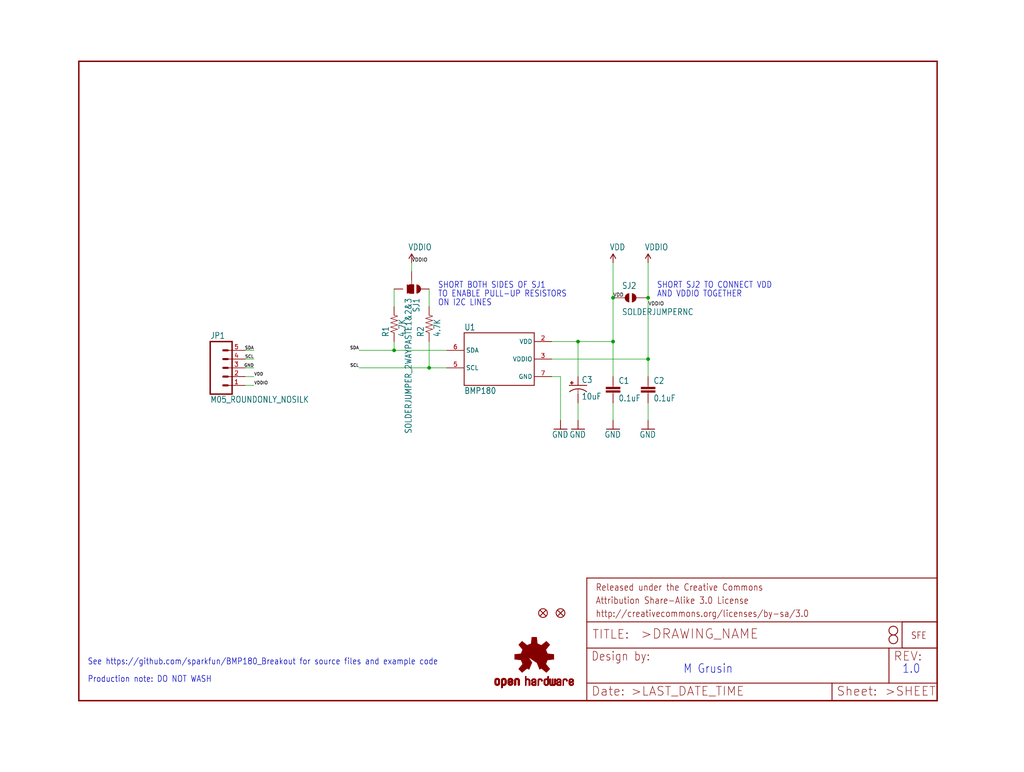
<source format=kicad_sch>
(kicad_sch (version 20211123) (generator eeschema)
  (paper "User" 297.002 223.926)
  (lib_symbols
    (symbol "eagleSchem-eagle-import:10UF-16V-10%(TANT)"
      (property "Reference" "C" (at 1.016 0.635 0))
      (property "Value" "10UF-16V-10%(TANT)" (at 1.016 -4.191 0))
      (symbol "10UF-16V-10%(TANT)_1_0"
        (pin passive line (at 0 2.54 270) (length 2.54) (name "+") (number "A"))
        (pin passive line (at 0 -5.08 90) (length 2.54) (name "-") (number "C"))
      )
    )
    (symbol "eagleSchem-eagle-import:BMP180"
      (property "Reference" "U" (at -10.16 8.255 0))
      (property "Value" "BMP180" (at -10.16 -10.16 0))
      (symbol "BMP180_1_0"
        (pin power_in line (at 15.24 5.08 180) (length 5.08) (name "VDD") (number "2"))
        (pin power_in line (at 15.24 0 180) (length 5.08) (name "VDDIO") (number "3"))
        (pin input line (at -15.24 -2.54 0) (length 5.08) (name "SCL") (number "5"))
        (pin bidirectional line (at -15.24 2.54 0) (length 5.08) (name "SDA") (number "6"))
        (pin power_in line (at 15.24 -5.08 180) (length 5.08) (name "GND") (number "7"))
      )
    )
    (symbol "eagleSchem-eagle-import:CAP0603-CAP"
      (property "Reference" "C" (at 1.524 2.921 0))
      (property "Value" "CAP0603-CAP" (at 1.524 -2.159 0))
      (symbol "CAP0603-CAP_1_0"
        (pin passive line (at 0 5.08 270) (length 2.54) (name "1") (number "1"))
        (pin passive line (at 0 -2.54 90) (length 2.54) (name "2") (number "2"))
      )
    )
    (symbol "eagleSchem-eagle-import:FIDUCIALUFIDUCIAL")
    (symbol "eagleSchem-eagle-import:FRAME-LETTER"
      (symbol "FRAME-LETTER_2_0"
        (text ">DRAWING_NAME" (at 15.494 17.78 0) (effects (font (size 2.7432 2.7432)) (justify left bottom)))
        (text ">LAST_DATE_TIME" (at 12.7 1.27 0) (effects (font (size 2.54 2.54)) (justify left bottom)))
        (text ">SHEET" (at 86.36 1.27 0) (effects (font (size 2.54 2.54)) (justify left bottom)))
        (text "Attribution Share-Alike 3.0 License" (at 2.54 27.94 0) (effects (font (size 1.9304 1.6408)) (justify left bottom)))
        (text "Date:" (at 1.27 1.27 0) (effects (font (size 2.54 2.54)) (justify left bottom)))
        (text "Design by:" (at 1.27 11.43 0) (effects (font (size 2.54 2.159)) (justify left bottom)))
        (text "http://creativecommons.org/licenses/by-sa/3.0" (at 2.54 24.13 0) (effects (font (size 1.9304 1.6408)) (justify left bottom)))
        (text "Released under the Creative Commons" (at 2.54 31.75 0) (effects (font (size 1.9304 1.6408)) (justify left bottom)))
        (text "REV:" (at 88.9 11.43 0) (effects (font (size 2.54 2.54)) (justify left bottom)))
        (text "Sheet:" (at 72.39 1.27 0) (effects (font (size 2.54 2.54)) (justify left bottom)))
        (text "TITLE:" (at 1.524 17.78 0) (effects (font (size 2.54 2.54)) (justify left bottom)))
      )
    )
    (symbol "eagleSchem-eagle-import:GND" (power)
      (property "Value" "GND" (at -2.54 -2.54 0))
      (symbol "GND_1_0"
        (pin power_in line (at 0 2.54 270) (length 2.54) (name "GND") (number "1"))
      )
    )
    (symbol "eagleSchem-eagle-import:LOGO-SFENW2"
      (symbol "LOGO-SFENW2_1_0"
        (text "SFE" (at 0 0 0) (effects (font (size 1.9304 1.6408)) (justify left bottom)))
      )
    )
    (symbol "eagleSchem-eagle-import:M05_ROUNDONLY_NOSILK"
      (property "Reference" "JP" (at -2.54 8.382 0))
      (property "Value" "M05_ROUNDONLY_NOSILK" (at -2.54 -10.16 0))
      (symbol "M05_ROUNDONLY_NOSILK_1_0"
        (pin passive line (at 7.62 -5.08 180) (length 5.08) (name "1") (number "1"))
        (pin passive line (at 7.62 -2.54 180) (length 5.08) (name "2") (number "2"))
        (pin passive line (at 7.62 0 180) (length 5.08) (name "3") (number "3"))
        (pin passive line (at 7.62 2.54 180) (length 5.08) (name "4") (number "4"))
        (pin passive line (at 7.62 5.08 180) (length 5.08) (name "5") (number "5"))
      )
    )
    (symbol "eagleSchem-eagle-import:OSHW-LOGOS")
    (symbol "eagleSchem-eagle-import:RESISTOR0603-RES"
      (property "Reference" "R" (at -3.81 1.4986 0))
      (property "Value" "RESISTOR0603-RES" (at -3.81 -3.302 0))
      (symbol "RESISTOR0603-RES_1_0"
        (pin passive line (at -5.08 0 0) (length 2.54) (name "1") (number "1"))
        (pin passive line (at 5.08 0 180) (length 2.54) (name "2") (number "2"))
      )
    )
    (symbol "eagleSchem-eagle-import:SOLDERJUMPERNC"
      (property "Reference" "SJ" (at -2.54 2.54 0))
      (property "Value" "SOLDERJUMPERNC" (at -2.54 -5.08 0))
      (symbol "SOLDERJUMPERNC_1_0"
        (pin passive line (at -5.08 0 0) (length 2.54) (name "1") (number "1"))
        (pin passive line (at 5.08 0 180) (length 2.54) (name "2") (number "2"))
      )
    )
    (symbol "eagleSchem-eagle-import:SOLDERJUMPER_2WAYPASTE1&2&3"
      (property "Reference" "SJ" (at 2.54 0.381 0))
      (property "Value" "SOLDERJUMPER_2WAYPASTE1&2&3" (at 2.54 -1.905 0))
      (symbol "SOLDERJUMPER_2WAYPASTE1&2&3_1_0"
        (pin passive line (at 0 5.08 270) (length 2.54) (name "1") (number "1"))
        (pin passive line (at -5.08 0 0) (length 2.54) (name "2") (number "2"))
        (pin passive line (at 0 -5.08 90) (length 2.54) (name "3") (number "3"))
      )
    )
    (symbol "eagleSchem-eagle-import:STAND-OFF")
    (symbol "eagleSchem-eagle-import:VCC" (power)
      (property "Value" "VCC" (at -1.016 3.556 0))
      (symbol "VCC_1_0"
        (pin power_in line (at 0 0 90) (length 2.54) (name "VCC") (number "1"))
      )
    )
  )
  (junction (at 114.3 101.6))
  (junction (at 177.8 86.36))
  (junction (at 187.96 86.36))
  (junction (at 177.8 99.06))
  (junction (at 124.46 106.68))
  (junction (at 187.96 104.14))
  (junction (at 167.64 99.06))
  (wire (pts (xy 124.46 106.68) (xy 104.14 106.68)))
  (wire (pts (xy 114.3 101.6) (xy 104.14 101.6)))
  (wire (pts (xy 162.56 109.22) (xy 162.56 121.92)))
  (wire (pts (xy 187.96 104.14) (xy 187.96 109.22)))
  (wire (pts (xy 124.46 83.82) (xy 124.46 88.9)))
  (wire (pts (xy 71.12 106.68) (xy 73.66 106.68)))
  (wire (pts (xy 71.12 111.76) (xy 73.66 111.76)))
  (wire (pts (xy 167.64 99.06) (xy 167.64 109.22)))
  (wire (pts (xy 114.3 83.82) (xy 114.3 88.9)))
  (wire (pts (xy 187.96 86.36) (xy 187.96 76.2)))
  (wire (pts (xy 129.54 101.6) (xy 114.3 101.6)))
  (wire (pts (xy 124.46 99.06) (xy 124.46 106.68)))
  (wire (pts (xy 71.12 104.14) (xy 73.66 104.14)))
  (wire (pts (xy 160.02 104.14) (xy 187.96 104.14)))
  (wire (pts (xy 187.96 116.84) (xy 187.96 121.92)))
  (wire (pts (xy 160.02 99.06) (xy 167.64 99.06)))
  (wire (pts (xy 129.54 106.68) (xy 124.46 106.68)))
  (wire (pts (xy 167.64 116.84) (xy 167.64 121.92)))
  (wire (pts (xy 187.96 86.36) (xy 187.96 104.14)))
  (wire (pts (xy 177.8 86.36) (xy 177.8 99.06)))
  (wire (pts (xy 119.38 76.2) (xy 119.38 78.74)))
  (wire (pts (xy 114.3 99.06) (xy 114.3 101.6)))
  (wire (pts (xy 71.12 109.22) (xy 73.66 109.22)))
  (wire (pts (xy 177.8 116.84) (xy 177.8 121.92)))
  (wire (pts (xy 177.8 99.06) (xy 177.8 109.22)))
  (wire (pts (xy 160.02 109.22) (xy 162.56 109.22)))
  (wire (pts (xy 71.12 101.6) (xy 73.66 101.6)))
  (wire (pts (xy 177.8 86.36) (xy 177.8 76.2)))
  (wire (pts (xy 167.64 99.06) (xy 177.8 99.06)))
  (text "AND VDDIO TOGETHER" (at 190.5 86.36 180) (effects (font (size 1.778 1.5113)) (justify left bottom)))
  (text "ON I2C LINES" (at 127 88.9 180) (effects (font (size 1.778 1.5113)) (justify left bottom)))
  (text "1.0" (at 261.62 195.58 180) (effects (font (size 2.54 2.159)) (justify left bottom)))
  (text "SHORT SJ2 TO CONNECT VDD" (at 190.5 83.82 180) (effects (font (size 1.778 1.5113)) (justify left bottom)))
  (text "SHORT BOTH SIDES OF SJ1" (at 127 83.82 180) (effects (font (size 1.778 1.5113)) (justify left bottom)))
  (text "M Grusin" (at 198.12 195.58 180) (effects (font (size 2.54 2.159)) (justify left bottom)))
  (text "Production note: DO NOT WASH" (at 25.4 198.12 180) (effects (font (size 1.778 1.5113)) (justify left bottom)))
  (text "See https://github.com/sparkfun/BMP180_Breakout for source files and example code" (at 25.4 193.04 0) (effects (font (size 1.778 1.5113)) (justify left bottom)))
  (text "TO ENABLE PULL-UP RESISTORS" (at 127 86.36 180) (effects (font (size 1.778 1.5113)) (justify left bottom)))
  (label "VDDIO" (at 187.96 88.9 0) (effects (font (size 1.016 1.016))))
  (label "SCL" (at 73.66 104.14 180) (effects (font (size 0.889 0.889))))
  (label "VDD" (at 73.66 109.22 0) (effects (font (size 0.889 0.889))))
  (label "SCL" (at 104.14 106.68 180) (effects (font (size 0.889 0.889))))
  (label "SDA" (at 104.14 101.6 180) (effects (font (size 0.889 0.889))))
  (label "VDD" (at 177.8 86.36 0) (effects (font (size 1.016 1.016))))
  (label "VDDIO" (at 73.66 111.76 0) (effects (font (size 0.889 0.889))))
  (label "VDDIO" (at 119.38 76.2 0) (effects (font (size 1.016 1.016))))
  (label "GND" (at 73.66 106.68 180) (effects (font (size 0.889 0.889))))
  (label "SDA" (at 73.66 101.6 180) (effects (font (size 0.889 0.889))))
  (symbol (lib_id "eagleSchem-eagle-import:CAP0603-CAP") (at 177.8 114.3 0) (unit 1)
    (property "Reference" "C1" (at 179.324 111.379 0) (effects (font (size 1.778 1.5113)) (justify left bottom)))
    (property "Value" "0.1uF" (at 179.324 116.459 0) (effects (font (size 1.778 1.5113)) (justify left bottom)))
    (property "Footprint" "eagleSchem:0603-CAP" (effects hide))
  )
  (symbol (lib_id "eagleSchem-eagle-import:FIDUCIALUFIDUCIAL") (at 157.48 177.8 0) (unit 1)
    (property "Reference" "FID2" (effects hide))
    (property "Value" "FIDUCIALUFIDUCIAL" (effects hide))
    (property "Footprint" "eagleSchem:MICRO-FIDUCIAL" (effects hide))
  )
  (symbol (lib_id "eagleSchem-eagle-import:GND") (at 167.64 124.46 0) (unit 1)
    (property "Reference" "#GND2" (effects hide))
    (property "Value" "GND" (at 165.1 127 0) (effects (font (size 1.778 1.5113)) (justify left bottom)))
    (property "Footprint" "eagleSchem:" (effects hide))
  )
  (symbol (lib_id "eagleSchem-eagle-import:SOLDERJUMPERNC") (at 182.88 86.36 0) (unit 1)
    (property "Reference" "SJ2" (at 180.34 83.82 0) (effects (font (size 1.778 1.5113)) (justify left bottom)))
    (property "Value" "SOLDERJUMPERNC" (at 180.34 91.44 0) (effects (font (size 1.778 1.5113)) (justify left bottom)))
    (property "Footprint" "eagleSchem:SJ_2S" (effects hide))
  )
  (symbol (lib_id "eagleSchem-eagle-import:LOGO-SFENW2") (at 264.16 185.42 0) (unit 1)
    (property "Reference" "LOGO1" (effects hide))
    (property "Value" "LOGO-SFENW2" (effects hide))
    (property "Footprint" "eagleSchem:SFE-NEW-WEB" (effects hide))
  )
  (symbol (lib_id "eagleSchem-eagle-import:GND") (at 187.96 124.46 0) (unit 1)
    (property "Reference" "#GND4" (effects hide))
    (property "Value" "GND" (at 185.42 127 0) (effects (font (size 1.778 1.5113)) (justify left bottom)))
    (property "Footprint" "eagleSchem:" (effects hide))
  )
  (symbol (lib_id "eagleSchem-eagle-import:SOLDERJUMPER_2WAYPASTE1&2&3") (at 119.38 83.82 270) (unit 1)
    (property "Reference" "SJ1" (at 119.761 86.36 0) (effects (font (size 1.778 1.5113)) (justify left bottom)))
    (property "Value" "SOLDERJUMPER_2WAYPASTE1&2&3" (at 117.475 86.36 0) (effects (font (size 1.778 1.5113)) (justify left bottom)))
    (property "Footprint" "eagleSchem:SJ_3_PASTE1&2&3" (effects hide))
  )
  (symbol (lib_id "eagleSchem-eagle-import:GND") (at 162.56 124.46 0) (unit 1)
    (property "Reference" "#GND1" (effects hide))
    (property "Value" "GND" (at 160.02 127 0) (effects (font (size 1.778 1.5113)) (justify left bottom)))
    (property "Footprint" "eagleSchem:" (effects hide))
  )
  (symbol (lib_id "eagleSchem-eagle-import:STAND-OFF") (at 259.08 182.88 0) (unit 1)
    (property "Reference" "STANDOFF1" (effects hide))
    (property "Value" "STAND-OFF" (effects hide))
    (property "Footprint" "eagleSchem:STAND-OFF" (effects hide))
  )
  (symbol (lib_id "eagleSchem-eagle-import:GND") (at 177.8 124.46 0) (unit 1)
    (property "Reference" "#GND3" (effects hide))
    (property "Value" "GND" (at 175.26 127 0) (effects (font (size 1.778 1.5113)) (justify left bottom)))
    (property "Footprint" "eagleSchem:" (effects hide))
  )
  (symbol (lib_id "eagleSchem-eagle-import:BMP180") (at 144.78 104.14 0) (unit 1)
    (property "Reference" "U1" (at 134.62 95.885 0) (effects (font (size 1.778 1.5113)) (justify left bottom)))
    (property "Value" "BMP180" (at 134.62 114.3 0) (effects (font (size 1.778 1.5113)) (justify left bottom)))
    (property "Footprint" "eagleSchem:BMP180" (effects hide))
  )
  (symbol (lib_id "eagleSchem-eagle-import:FIDUCIALUFIDUCIAL") (at 162.56 177.8 0) (unit 1)
    (property "Reference" "FID1" (effects hide))
    (property "Value" "FIDUCIALUFIDUCIAL" (effects hide))
    (property "Footprint" "eagleSchem:MICRO-FIDUCIAL" (effects hide))
  )
  (symbol (lib_id "eagleSchem-eagle-import:RESISTOR0603-RES") (at 114.3 93.98 90) (unit 1)
    (property "Reference" "R1" (at 112.8014 97.79 0) (effects (font (size 1.778 1.5113)) (justify left bottom)))
    (property "Value" "4.7K" (at 117.602 97.79 0) (effects (font (size 1.778 1.5113)) (justify left bottom)))
    (property "Footprint" "eagleSchem:0603-RES" (effects hide))
  )
  (symbol (lib_id "eagleSchem-eagle-import:VCC") (at 177.8 76.2 0) (unit 1)
    (property "Reference" "#SUPPLY2" (effects hide))
    (property "Value" "VDD" (at 176.784 72.644 0) (effects (font (size 1.778 1.5113)) (justify left bottom)))
    (property "Footprint" "eagleSchem:" (effects hide))
  )
  (symbol (lib_id "eagleSchem-eagle-import:VCC") (at 119.38 76.2 0) (unit 1)
    (property "Reference" "#SUPPLY4" (effects hide))
    (property "Value" "VDDIO" (at 118.364 72.644 0) (effects (font (size 1.778 1.5113)) (justify left bottom)))
    (property "Footprint" "eagleSchem:" (effects hide))
  )
  (symbol (lib_id "eagleSchem-eagle-import:FRAME-LETTER") (at 22.86 203.2 0) (unit 1)
    (property "Reference" "FRAME1" (effects hide))
    (property "Value" "FRAME-LETTER" (effects hide))
    (property "Footprint" "eagleSchem:CREATIVE_COMMONS" (effects hide))
  )
  (symbol (lib_id "eagleSchem-eagle-import:CAP0603-CAP") (at 187.96 114.3 0) (unit 1)
    (property "Reference" "C2" (at 189.484 111.379 0) (effects (font (size 1.778 1.5113)) (justify left bottom)))
    (property "Value" "0.1uF" (at 189.484 116.459 0) (effects (font (size 1.778 1.5113)) (justify left bottom)))
    (property "Footprint" "eagleSchem:0603-CAP" (effects hide))
  )
  (symbol (lib_id "eagleSchem-eagle-import:10UF-16V-10%(TANT)") (at 167.64 111.76 0) (unit 1)
    (property "Reference" "C3" (at 168.656 111.125 0) (effects (font (size 1.778 1.5113)) (justify left bottom)))
    (property "Value" "10uF" (at 168.656 115.951 0) (effects (font (size 1.778 1.5113)) (justify left bottom)))
    (property "Footprint" "eagleSchem:EIA3216" (effects hide))
  )
  (symbol (lib_id "eagleSchem-eagle-import:VCC") (at 187.96 76.2 0) (unit 1)
    (property "Reference" "#SUPPLY3" (effects hide))
    (property "Value" "VDDIO" (at 186.944 72.644 0) (effects (font (size 1.778 1.5113)) (justify left bottom)))
    (property "Footprint" "eagleSchem:" (effects hide))
  )
  (symbol (lib_id "eagleSchem-eagle-import:M05_ROUNDONLY_NOSILK") (at 63.5 106.68 0) (unit 1)
    (property "Reference" "JP1" (at 60.96 98.298 0) (effects (font (size 1.778 1.5113)) (justify left bottom)))
    (property "Value" "M05_ROUNDONLY_NOSILK" (at 60.96 116.84 0) (effects (font (size 1.778 1.5113)) (justify left bottom)))
    (property "Footprint" "eagleSchem:1X05_ROUNDONLY_NOSILK" (effects hide))
  )
  (symbol (lib_id "eagleSchem-eagle-import:FRAME-LETTER") (at 170.18 203.2 0) (unit 2)
    (property "Reference" "FRAME1" (effects hide))
    (property "Value" "FRAME-LETTER" (effects hide))
    (property "Footprint" "eagleSchem:CREATIVE_COMMONS" (effects hide))
  )
  (symbol (lib_id "eagleSchem-eagle-import:RESISTOR0603-RES") (at 124.46 93.98 90) (unit 1)
    (property "Reference" "R2" (at 122.9614 97.79 0) (effects (font (size 1.778 1.5113)) (justify left bottom)))
    (property "Value" "4.7K" (at 127.762 97.79 0) (effects (font (size 1.778 1.5113)) (justify left bottom)))
    (property "Footprint" "eagleSchem:0603-RES" (effects hide))
  )
  (symbol (lib_id "eagleSchem-eagle-import:OSHW-LOGOS") (at 154.94 190.5 0) (unit 1)
    (property "Reference" "LOGO2" (effects hide))
    (property "Value" "OSHW-LOGOS" (effects hide))
    (property "Footprint" "eagleSchem:OSHW-LOGO-S" (effects hide))
  )
  (symbol (lib_id "eagleSchem-eagle-import:STAND-OFF") (at 259.08 185.42 0) (unit 1)
    (property "Reference" "STANDOFF2" (effects hide))
    (property "Value" "STAND-OFF" (effects hide))
    (property "Footprint" "eagleSchem:STAND-OFF" (effects hide))
  )
)
</source>
